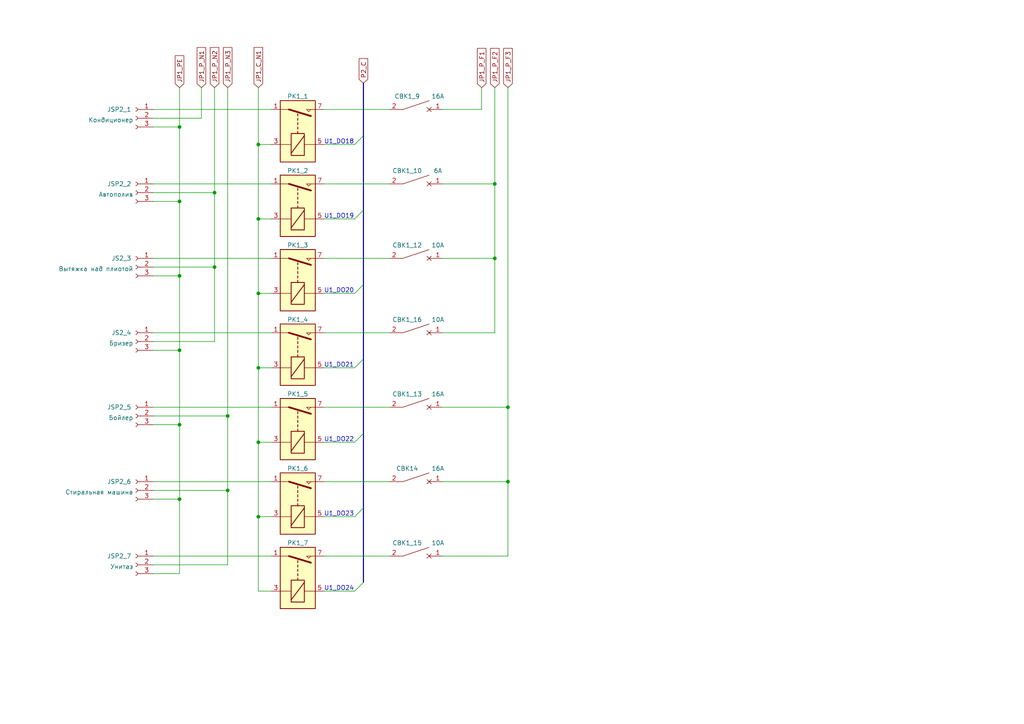
<source format=kicad_sch>
(kicad_sch (version 20211123) (generator eeschema)
  (paper "A4")
  (title_block (title "Розетки, лист 2") (date "2023-02-01") (rev "2"))
  (lib_symbols
    (symbol "Connector:Conn_01x03_Female" (pin_names (offset 1.016) hide)
      (property "Reference" "J" (at 0 5.08 0))
      (property "Value" "Conn_01x03_Female" (at 0 -5.08 0))
      (symbol "Conn_01x03_Female_1_1"
        (arc (start 0 -2.032) (mid -0.508 -2.54) (end 0 -3.048) (stroke (width 0.1524)))
        (polyline (pts (xy -1.27 -2.54) (xy -0.508 -2.54)) (stroke (width 0.1524)))
        (polyline (pts (xy -1.27 0) (xy -0.508 0)) (stroke (width 0.1524)))
        (polyline (pts (xy -1.27 2.54) (xy -0.508 2.54)) (stroke (width 0.1524)))
        (arc (start 0 0.508) (mid -0.508 0) (end 0 -0.508) (stroke (width 0.1524)))
        (arc (start 0 3.048) (mid -0.508 2.54) (end 0 2.032) (stroke (width 0.1524)))
        (pin passive line (at -5.08 2.54 0) (length 3.81) (name "Pin_1") (number "1"))
        (pin passive line (at -5.08 0 0) (length 3.81) (name "Pin_2") (number "2"))
        (pin passive line (at -5.08 -2.54 0) (length 3.81) (name "Pin_3") (number "3"))
      )
    )
    (symbol "Device:CircuitBreaker_1P"
      (property "Reference" "CB" (at 1.905 0 0))
      (property "Value" "CircuitBreaker_1P" (at 1.905 1.905 0))
      (symbol "CircuitBreaker_1P_0_1"
        (polyline (pts (xy 0 -5.08) (xy 0 -3.81)))
        (polyline (pts (xy 0 -3.81) (xy -2.54 3.81)))
      )
      (symbol "CircuitBreaker_1P_1_1"
        (polyline (pts (xy -0.635 4.445) (xy 0.635 3.175)))
        (polyline (pts (xy 0 5.08) (xy 0 3.81)))
        (polyline (pts (xy 0.635 4.445) (xy -0.635 3.175)))
        (pin passive line (at 0 7.62 270) (length 2.54) (name "~") (number "1"))
        (pin passive line (at 0 -7.62 90) (length 2.54) (name "~") (number "2"))
      )
    )
    (symbol "Relay:SILxx-1Axx-71x"
      (property "Reference" "K" (at 8.89 3.81 0))
      (property "Value" "SILxx-1Axx-71x" (at 8.89 1.27 0))
      (symbol "SILxx-1Axx-71x_0_0"
        (polyline (pts (xy 5.08 5.08) (xy 5.08 2.54) (xy 4.445 3.175) (xy 5.08 3.81)))
      )
      (symbol "SILxx-1Axx-71x_0_1"
        (rectangle (start -10.16 5.08) (end 7.62 -5.08) (stroke (width 0.254)) (fill (type background)))
        (rectangle (start -8.255 1.905) (end -1.905 -1.905) (stroke (width 0.254)))
        (polyline (pts (xy -7.62 -1.905) (xy -2.54 1.905)) (stroke (width 0.254)))
        (polyline (pts (xy -5.08 -5.08) (xy -5.08 -1.905)))
        (polyline (pts (xy -5.08 5.08) (xy -5.08 1.905)))
        (polyline (pts (xy -1.905 0) (xy -1.27 0)) (stroke (width 0.254)))
        (polyline (pts (xy -0.635 0) (xy 0 0)) (stroke (width 0.254)))
        (polyline (pts (xy 0.635 0) (xy 1.27 0)) (stroke (width 0.254)))
        (polyline (pts (xy 1.905 0) (xy 2.54 0)) (stroke (width 0.254)))
        (polyline (pts (xy 3.175 0) (xy 3.81 0)) (stroke (width 0.254)))
        (polyline (pts (xy 5.08 -2.54) (xy 3.175 3.81)) (stroke (width 0.508)))
        (polyline (pts (xy 5.08 -2.54) (xy 5.08 -5.08)))
      )
      (symbol "SILxx-1Axx-71x_1_1"
        (pin passive line (at 5.08 -7.62 90) (length 2.54) (name "~") (number "1"))
        (pin passive line (at -5.08 -7.62 90) (length 2.54) (name "~") (number "3"))
        (pin passive line (at -5.08 7.62 270) (length 2.54) (name "~") (number "5"))
        (pin passive line (at 5.08 7.62 270) (length 2.54) (name "~") (number "7"))
      )
    )
  )
  (junction (at 52.07 101.6))
  (junction (at 74.93 149.86))
  (junction (at 147.32 118.11))
  (junction (at 74.93 63.5))
  (junction (at 52.07 123.19))
  (junction (at 147.32 139.7))
  (junction (at 74.93 128.27))
  (junction (at 74.93 85.09))
  (junction (at 52.07 144.78))
  (junction (at 62.23 55.88))
  (junction (at 143.51 53.34))
  (junction (at 143.51 74.93))
  (junction (at 74.93 41.91))
  (junction (at 52.07 36.83))
  (junction (at 52.07 58.42))
  (junction (at 52.07 80.01))
  (junction (at 74.93 106.68))
  (junction (at 66.04 120.65))
  (junction (at 62.23 77.47))
  (junction (at 66.04 142.24))
  (bus_entry (at 102.87 41.91) (size 2.54 -2.54))
  (bus_entry (at 102.87 85.09) (size 2.54 -2.54))
  (bus_entry (at 102.87 149.86) (size 2.54 -2.54))
  (bus_entry (at 102.87 106.68) (size 2.54 -2.54))
  (bus_entry (at 102.87 128.27) (size 2.54 -2.54))
  (bus_entry (at 102.87 63.5) (size 2.54 -2.54))
  (bus_entry (at 102.87 171.45) (size 2.54 -2.54))
  (wire (pts (xy 66.04 142.24) (xy 44.45 142.24)))
  (wire (pts (xy 74.93 171.45) (xy 78.74 171.45)))
  (wire (pts (xy 44.45 139.7) (xy 78.74 139.7)))
  (wire (pts (xy 93.98 74.93) (xy 113.03 74.93)))
  (wire (pts (xy 52.07 58.42) (xy 52.07 80.01)))
  (wire (pts (xy 147.32 25.4) (xy 147.32 118.11)))
  (wire (pts (xy 74.93 63.5) (xy 74.93 85.09)))
  (wire (pts (xy 93.98 171.45) (xy 102.87 171.45)))
  (wire (pts (xy 139.7 25.4) (xy 139.7 31.75)))
  (wire (pts (xy 44.45 161.29) (xy 78.74 161.29)))
  (wire (pts (xy 143.51 74.93) (xy 128.27 74.93)))
  (wire (pts (xy 52.07 123.19) (xy 44.45 123.19)))
  (wire (pts (xy 66.04 142.24) (xy 66.04 163.83)))
  (wire (pts (xy 58.42 34.29) (xy 44.45 34.29)))
  (wire (pts (xy 52.07 36.83) (xy 44.45 36.83)))
  (bus (pts (xy 105.41 60.96) (xy 105.41 82.55)))
  (wire (pts (xy 58.42 25.4) (xy 58.42 34.29)))
  (wire (pts (xy 128.27 96.52) (xy 143.51 96.52)))
  (wire (pts (xy 62.23 25.4) (xy 62.23 55.88)))
  (bus (pts (xy 105.41 39.37) (xy 105.41 60.96)))
  (wire (pts (xy 66.04 120.65) (xy 66.04 142.24)))
  (wire (pts (xy 52.07 144.78) (xy 44.45 144.78)))
  (wire (pts (xy 66.04 120.65) (xy 44.45 120.65)))
  (wire (pts (xy 93.98 128.27) (xy 102.87 128.27)))
  (wire (pts (xy 52.07 123.19) (xy 52.07 144.78)))
  (wire (pts (xy 74.93 85.09) (xy 74.93 106.68)))
  (wire (pts (xy 74.93 63.5) (xy 78.74 63.5)))
  (wire (pts (xy 62.23 99.06) (xy 44.45 99.06)))
  (wire (pts (xy 147.32 161.29) (xy 128.27 161.29)))
  (wire (pts (xy 93.98 96.52) (xy 113.03 96.52)))
  (wire (pts (xy 74.93 106.68) (xy 74.93 128.27)))
  (wire (pts (xy 74.93 128.27) (xy 74.93 149.86)))
  (wire (pts (xy 147.32 118.11) (xy 147.32 139.7)))
  (wire (pts (xy 143.51 53.34) (xy 143.51 74.93)))
  (wire (pts (xy 74.93 128.27) (xy 78.74 128.27)))
  (wire (pts (xy 44.45 118.11) (xy 78.74 118.11)))
  (wire (pts (xy 93.98 106.68) (xy 102.87 106.68)))
  (bus (pts (xy 105.41 82.55) (xy 105.41 104.14)))
  (wire (pts (xy 52.07 36.83) (xy 52.07 58.42)))
  (wire (pts (xy 66.04 25.4) (xy 66.04 120.65)))
  (wire (pts (xy 52.07 80.01) (xy 44.45 80.01)))
  (wire (pts (xy 44.45 53.34) (xy 78.74 53.34)))
  (wire (pts (xy 93.98 31.75) (xy 113.03 31.75)))
  (wire (pts (xy 93.98 139.7) (xy 113.03 139.7)))
  (wire (pts (xy 143.51 96.52) (xy 143.51 74.93)))
  (bus (pts (xy 105.41 104.14) (xy 105.41 125.73)))
  (wire (pts (xy 93.98 118.11) (xy 113.03 118.11)))
  (wire (pts (xy 74.93 106.68) (xy 78.74 106.68)))
  (wire (pts (xy 147.32 139.7) (xy 147.32 161.29)))
  (wire (pts (xy 44.45 74.93) (xy 78.74 74.93)))
  (wire (pts (xy 52.07 58.42) (xy 44.45 58.42)))
  (bus (pts (xy 105.41 125.73) (xy 105.41 147.32)))
  (wire (pts (xy 93.98 161.29) (xy 113.03 161.29)))
  (wire (pts (xy 74.93 25.4) (xy 74.93 41.91)))
  (wire (pts (xy 147.32 118.11) (xy 128.27 118.11)))
  (wire (pts (xy 93.98 53.34) (xy 113.03 53.34)))
  (wire (pts (xy 93.98 149.86) (xy 102.87 149.86)))
  (wire (pts (xy 62.23 77.47) (xy 44.45 77.47)))
  (wire (pts (xy 93.98 85.09) (xy 102.87 85.09)))
  (wire (pts (xy 62.23 55.88) (xy 44.45 55.88)))
  (wire (pts (xy 93.98 63.5) (xy 102.87 63.5)))
  (bus (pts (xy 105.41 147.32) (xy 105.41 168.91)))
  (bus (pts (xy 105.41 24.13) (xy 105.41 39.37)))
  (wire (pts (xy 52.07 80.01) (xy 52.07 101.6)))
  (wire (pts (xy 62.23 77.47) (xy 62.23 99.06)))
  (wire (pts (xy 78.74 96.52) (xy 44.45 96.52)))
  (wire (pts (xy 74.93 149.86) (xy 74.93 171.45)))
  (wire (pts (xy 44.45 31.75) (xy 78.74 31.75)))
  (wire (pts (xy 74.93 149.86) (xy 78.74 149.86)))
  (wire (pts (xy 93.98 41.91) (xy 102.87 41.91)))
  (wire (pts (xy 52.07 144.78) (xy 52.07 166.37)))
  (wire (pts (xy 44.45 101.6) (xy 52.07 101.6)))
  (wire (pts (xy 143.51 53.34) (xy 128.27 53.34)))
  (wire (pts (xy 74.93 85.09) (xy 78.74 85.09)))
  (wire (pts (xy 143.51 25.4) (xy 143.51 53.34)))
  (wire (pts (xy 78.74 41.91) (xy 74.93 41.91)))
  (wire (pts (xy 52.07 25.4) (xy 52.07 36.83)))
  (wire (pts (xy 74.93 41.91) (xy 74.93 63.5)))
  (wire (pts (xy 139.7 31.75) (xy 128.27 31.75)))
  (wire (pts (xy 147.32 139.7) (xy 128.27 139.7)))
  (wire (pts (xy 66.04 163.83) (xy 44.45 163.83)))
  (wire (pts (xy 52.07 101.6) (xy 52.07 123.19)))
  (wire (pts (xy 52.07 166.37) (xy 44.45 166.37)))
  (wire (pts (xy 62.23 55.88) (xy 62.23 77.47)))
  (text "U1_DO23" (at 93.98 149.86 0) (effects (font (size 1.27 1.27)) (justify left bottom)))
  (text "U1_DO21" (at 93.98 106.68 0) (effects (font (size 1.27 1.27)) (justify left bottom)))
  (text "U1_DO19" (at 93.98 63.5 0) (effects (font (size 1.27 1.27)) (justify left bottom)))
  (text "U1_DO20" (at 93.98 85.09 0) (effects (font (size 1.27 1.27)) (justify left bottom)))
  (text "U1_DO18" (at 93.98 41.91 0) (effects (font (size 1.27 1.27)) (justify left bottom)))
  (text "U1_DO22" (at 93.98 128.27 0) (effects (font (size 1.27 1.27)) (justify left bottom)))
  (text "U1_DO24" (at 93.98 171.45 0) (effects (font (size 1.27 1.27)) (justify left bottom)))
  (global_label "JP1_P_N3" (shape input) (at 66.04 25.4 90) (property "Intersheet References" "${INTERSHEET_REFS}" (effects hide)))
  (global_label "Р2_C" (shape input) (at 105.41 24.13 90) (property "Intersheet References" "${INTERSHEET_REFS}" (effects hide)))
  (global_label "JP1_P_F2" (shape input) (at 143.51 25.4 90) (property "Intersheet References" "${INTERSHEET_REFS}" (effects hide)))
  (global_label "JP1_P_N2" (shape input) (at 62.23 25.4 90) (property "Intersheet References" "${INTERSHEET_REFS}" (effects hide)))
  (global_label "JP1_P_F1" (shape input) (at 139.7 25.4 90) (property "Intersheet References" "${INTERSHEET_REFS}" (effects hide)))
  (global_label "JP1_P_N1" (shape input) (at 58.42 25.4 90) (property "Intersheet References" "${INTERSHEET_REFS}" (effects hide)))
  (global_label "JP1_P_F3" (shape input) (at 147.32 25.4 90) (property "Intersheet References" "${INTERSHEET_REFS}" (effects hide)))
  (global_label "JP1_C_N1" (shape input) (at 74.93 25.4 90) (property "Intersheet References" "${INTERSHEET_REFS}" (effects hide)))
  (global_label "JP1_PE" (shape input) (at 52.07 25.4 90) (property "Intersheet References" "${INTERSHEET_REFS}" (effects hide)))
  (symbol (lib_id "Relay:SILxx-1Axx-71x") (at 86.36 36.83 270) (mirror x) (unit 1)
    (property "Reference" "РК1_1" (at 86.36 27.94 90))
    (property "Value" "SILxx-1Axx-71x" (effects hide))
    (property "Footprint" "Relay_THT:Relay_SPST_StandexMeder_SIL_Form1A" (effects hide))
    (property "Datasheet" "https://standexelectronics.com/wp-content/uploads/datasheet_reed_relay_SIL.pdf" (effects hide))
  )
  (symbol (lib_id "Relay:SILxx-1Axx-71x") (at 86.36 58.42 270) (mirror x) (unit 1)
    (property "Reference" "РК1_2" (at 86.36 49.53 90))
    (property "Value" "SILxx-1Axx-71x" (effects hide))
    (property "Footprint" "Relay_THT:Relay_SPST_StandexMeder_SIL_Form1A" (effects hide))
    (property "Datasheet" "https://standexelectronics.com/wp-content/uploads/datasheet_reed_relay_SIL.pdf" (effects hide))
  )
  (symbol (lib_id "Relay:SILxx-1Axx-71x") (at 86.36 166.37 270) (mirror x) (unit 1)
    (property "Reference" "РК1_7" (at 86.36 157.48 90))
    (property "Value" "SILxx-1Axx-71x" (effects hide))
    (property "Footprint" "Relay_THT:Relay_SPST_StandexMeder_SIL_Form1A" (effects hide))
    (property "Datasheet" "https://standexelectronics.com/wp-content/uploads/datasheet_reed_relay_SIL.pdf" (effects hide))
  )
  (symbol (lib_id "Relay:SILxx-1Axx-71x") (at 86.36 80.01 270) (mirror x) (unit 1)
    (property "Reference" "РК1_3" (at 86.36 71.12 90))
    (property "Value" "SILxx-1Axx-71x" (effects hide))
    (property "Footprint" "Relay_THT:Relay_SPST_StandexMeder_SIL_Form1A" (effects hide))
    (property "Datasheet" "https://standexelectronics.com/wp-content/uploads/datasheet_reed_relay_SIL.pdf" (effects hide))
  )
  (symbol (lib_id "Relay:SILxx-1Axx-71x") (at 86.36 101.6 270) (mirror x) (unit 1)
    (property "Reference" "РК1_4" (at 86.36 92.71 90))
    (property "Value" "SILxx-1Axx-71x" (effects hide))
    (property "Footprint" "Relay_THT:Relay_SPST_StandexMeder_SIL_Form1A" (effects hide))
    (property "Datasheet" "https://standexelectronics.com/wp-content/uploads/datasheet_reed_relay_SIL.pdf" (effects hide))
  )
  (symbol (lib_id "Relay:SILxx-1Axx-71x") (at 86.36 123.19 270) (mirror x) (unit 1)
    (property "Reference" "РК1_5" (at 86.36 114.3 90))
    (property "Value" "SILxx-1Axx-71x" (effects hide))
    (property "Footprint" "Relay_THT:Relay_SPST_StandexMeder_SIL_Form1A" (effects hide))
    (property "Datasheet" "https://standexelectronics.com/wp-content/uploads/datasheet_reed_relay_SIL.pdf" (effects hide))
  )
  (symbol (lib_id "Relay:SILxx-1Axx-71x") (at 86.36 144.78 270) (mirror x) (unit 1)
    (property "Reference" "РК1_6" (at 86.36 135.89 90))
    (property "Value" "SILxx-1Axx-71x" (effects hide))
    (property "Footprint" "Relay_THT:Relay_SPST_StandexMeder_SIL_Form1A" (effects hide))
    (property "Datasheet" "https://standexelectronics.com/wp-content/uploads/datasheet_reed_relay_SIL.pdf" (effects hide))
  )
  (symbol (lib_id "Device:CircuitBreaker_1P") (at 120.65 31.75 270) (unit 1)
    (property "Reference" "CBК1_9" (at 118.11 27.94 90))
    (property "Value" "16А" (at 127 27.94 90))
  )
  (symbol (lib_id "Connector:Conn_01x03_Female") (at 39.37 55.88 0) (mirror y) (unit 1)
    (property "Reference" "JSР2_2" (at 38.1 53.34 0) (effects (justify left)))
    (property "Value" "Автополив" (at 38.6588 56.388 0) (effects (justify left)))
  )
  (symbol (lib_id "Device:CircuitBreaker_1P") (at 120.65 53.34 270) (unit 1)
    (property "Reference" "CBК1_10" (at 118.11 49.53 90))
    (property "Value" "6А" (at 127 49.53 90))
  )
  (symbol (lib_id "Connector:Conn_01x03_Female") (at 39.37 34.29 0) (mirror y) (unit 1)
    (property "Reference" "JSР2_1" (at 38.1 31.75 0) (effects (justify left)))
    (property "Value" "Кондиционер" (at 38.6588 34.798 0) (effects (justify left)))
  )
  (symbol (lib_id "Connector:Conn_01x03_Female") (at 39.37 77.47 0) (mirror y) (unit 1)
    (property "Reference" "JS2_3" (at 38.1 74.93 0) (effects (justify left)))
    (property "Value" "Вытяжка над плиотой" (at 38.6588 77.978 0) (effects (justify left)))
  )
  (symbol (lib_id "Connector:Conn_01x03_Female") (at 39.37 120.65 0) (mirror y) (unit 1)
    (property "Reference" "JSР2_5" (at 38.1 118.11 0) (effects (justify left)))
    (property "Value" "Бойлер" (at 38.6588 121.158 0) (effects (justify left)))
  )
  (symbol (lib_id "Connector:Conn_01x03_Female") (at 39.37 142.24 0) (mirror y) (unit 1)
    (property "Reference" "JSР2_6" (at 38.1 139.7 0) (effects (justify left)))
    (property "Value" "Стиральная машина" (at 38.6588 142.748 0) (effects (justify left)))
  )
  (symbol (lib_id "Connector:Conn_01x03_Female") (at 39.37 163.83 0) (mirror y) (unit 1)
    (property "Reference" "JSР2_7" (at 38.1 161.29 0) (effects (justify left)))
    (property "Value" "Унитаз" (at 38.6588 164.338 0) (effects (justify left)))
  )
  (symbol (lib_id "Connector:Conn_01x03_Female") (at 39.37 99.06 0) (mirror y) (unit 1)
    (property "Reference" "JS2_4" (at 38.1 96.52 0) (effects (justify left)))
    (property "Value" "Бризер" (at 38.6588 99.568 0) (effects (justify left)))
  )
  (symbol (lib_id "Device:CircuitBreaker_1P") (at 120.65 74.93 270) (unit 1)
    (property "Reference" "CBК1_12" (at 118.11 71.12 90))
    (property "Value" "10А" (at 127 71.12 90))
  )
  (symbol (lib_id "Device:CircuitBreaker_1P") (at 120.65 118.11 270) (unit 1)
    (property "Reference" "CBК1_13" (at 118.11 114.3 90))
    (property "Value" "16А" (at 127 114.3 90))
  )
  (symbol (lib_id "Device:CircuitBreaker_1P") (at 120.65 139.7 270) (unit 1)
    (property "Reference" "CBК14" (at 118.11 135.89 90))
    (property "Value" "16А" (at 127 135.89 90))
  )
  (symbol (lib_id "Device:CircuitBreaker_1P") (at 120.65 161.29 270) (unit 1)
    (property "Reference" "CBК1_15" (at 118.11 157.48 90))
    (property "Value" "10А" (at 127 157.48 90))
  )
  (symbol (lib_id "Device:CircuitBreaker_1P") (at 120.65 96.52 270) (unit 1)
    (property "Reference" "CBК1_16" (at 118.11 92.71 90))
    (property "Value" "10А" (at 127 92.71 90))
  )
)
</source>
